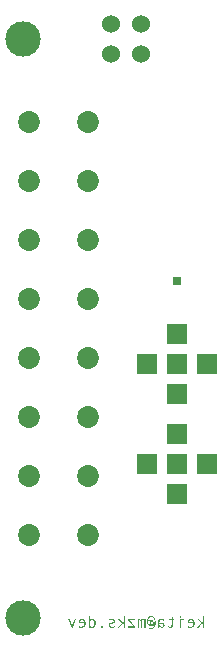
<source format=gbs>
%TF.GenerationSoftware,KiCad,Pcbnew,7.0.9*%
%TF.CreationDate,2024-03-19T13:31:30+09:00*%
%TF.ProjectId,rubis2,72756269-7332-42e6-9b69-6361645f7063,rev?*%
%TF.SameCoordinates,Original*%
%TF.FileFunction,Soldermask,Bot*%
%TF.FilePolarity,Negative*%
%FSLAX46Y46*%
G04 Gerber Fmt 4.6, Leading zero omitted, Abs format (unit mm)*
G04 Created by KiCad (PCBNEW 7.0.9) date 2024-03-19 13:31:30*
%MOMM*%
%LPD*%
G01*
G04 APERTURE LIST*
%ADD10C,0.150000*%
%ADD11C,1.854000*%
%ADD12R,1.800000X1.800000*%
%ADD13C,3.000000*%
%ADD14C,1.524000*%
%ADD15R,0.800000X0.800000*%
G04 APERTURE END LIST*
D10*
G36*
X205230635Y-126330000D02*
G01*
X205371563Y-126330000D01*
X205675157Y-125971207D01*
X205745254Y-126033000D01*
X205745254Y-126330000D01*
X205852233Y-126330000D01*
X205852233Y-125360844D01*
X205745254Y-125360844D01*
X205745254Y-125911123D01*
X205409176Y-125610949D01*
X205272644Y-125610949D01*
X205598709Y-125901598D01*
X205230635Y-126330000D01*
G37*
G36*
X204746346Y-125595712D02*
G01*
X204763089Y-125596897D01*
X204779433Y-125598872D01*
X204795379Y-125601637D01*
X204810925Y-125605192D01*
X204826073Y-125609537D01*
X204840822Y-125614671D01*
X204855172Y-125620596D01*
X204869124Y-125627311D01*
X204882676Y-125634816D01*
X204895830Y-125643110D01*
X204908585Y-125652195D01*
X204920941Y-125662070D01*
X204932899Y-125672734D01*
X204944457Y-125684189D01*
X204955617Y-125696434D01*
X204960997Y-125702821D01*
X204971243Y-125716000D01*
X204980807Y-125729720D01*
X204989688Y-125743980D01*
X204997885Y-125758779D01*
X205005399Y-125774119D01*
X205012230Y-125789998D01*
X205018378Y-125806418D01*
X205023843Y-125823378D01*
X205028625Y-125840877D01*
X205032724Y-125858917D01*
X205036139Y-125877496D01*
X205038872Y-125896616D01*
X205039982Y-125906378D01*
X205040921Y-125916276D01*
X205041690Y-125926308D01*
X205042288Y-125936475D01*
X205042714Y-125946778D01*
X205042971Y-125957215D01*
X205043056Y-125967787D01*
X205042961Y-125978556D01*
X205042675Y-125989186D01*
X205042200Y-125999678D01*
X205041533Y-126010030D01*
X205040677Y-126020244D01*
X205039630Y-126030318D01*
X205038393Y-126040254D01*
X205036965Y-126050051D01*
X205033539Y-126069229D01*
X205029352Y-126087852D01*
X205024403Y-126105919D01*
X205018693Y-126123431D01*
X205012221Y-126140388D01*
X205004988Y-126156789D01*
X204996994Y-126172636D01*
X204988239Y-126187926D01*
X204978722Y-126202662D01*
X204968444Y-126216843D01*
X204957404Y-126230468D01*
X204945603Y-126243538D01*
X204933151Y-126255900D01*
X204920217Y-126267466D01*
X204906803Y-126278233D01*
X204892908Y-126288203D01*
X204878532Y-126297376D01*
X204863675Y-126305751D01*
X204848337Y-126313328D01*
X204832519Y-126320108D01*
X204816219Y-126326090D01*
X204799439Y-126331274D01*
X204782178Y-126335661D01*
X204764436Y-126339250D01*
X204746213Y-126342042D01*
X204727510Y-126344036D01*
X204708325Y-126345232D01*
X204698552Y-126345531D01*
X204688660Y-126345631D01*
X204672969Y-126345509D01*
X204657526Y-126345143D01*
X204642332Y-126344532D01*
X204627385Y-126343677D01*
X204612687Y-126342578D01*
X204598236Y-126341235D01*
X204584034Y-126339647D01*
X204570080Y-126337815D01*
X204556374Y-126335739D01*
X204542915Y-126333419D01*
X204529705Y-126330854D01*
X204516743Y-126328046D01*
X204504029Y-126324993D01*
X204491563Y-126321695D01*
X204479345Y-126318154D01*
X204467376Y-126314368D01*
X204485938Y-126220579D01*
X204498889Y-126224364D01*
X204511790Y-126227906D01*
X204524641Y-126231203D01*
X204537443Y-126234256D01*
X204550195Y-126237065D01*
X204562897Y-126239630D01*
X204575550Y-126241950D01*
X204588154Y-126244026D01*
X204600707Y-126245858D01*
X204613212Y-126247445D01*
X204625666Y-126248789D01*
X204638071Y-126249888D01*
X204650426Y-126250743D01*
X204662732Y-126251353D01*
X204674988Y-126251720D01*
X204687194Y-126251842D01*
X204699862Y-126251532D01*
X204712283Y-126250601D01*
X204724455Y-126249051D01*
X204736379Y-126246881D01*
X204748055Y-126244090D01*
X204759482Y-126240679D01*
X204770662Y-126236648D01*
X204781594Y-126231997D01*
X204792278Y-126226726D01*
X204802713Y-126220834D01*
X204812901Y-126214323D01*
X204822841Y-126207191D01*
X204832532Y-126199439D01*
X204841975Y-126191067D01*
X204851171Y-126182075D01*
X204860118Y-126172463D01*
X204868636Y-126162343D01*
X204876605Y-126151889D01*
X204884023Y-126141102D01*
X204890893Y-126129980D01*
X204897213Y-126118524D01*
X204902983Y-126106735D01*
X204908203Y-126094611D01*
X204912875Y-126082154D01*
X204916996Y-126069363D01*
X204920568Y-126056238D01*
X204923591Y-126042778D01*
X204926064Y-126028985D01*
X204927987Y-126014858D01*
X204929361Y-126000398D01*
X204930185Y-125985603D01*
X204930460Y-125970474D01*
X204439288Y-125970474D01*
X204439288Y-125937013D01*
X204439613Y-125917867D01*
X204440589Y-125899205D01*
X204442216Y-125881025D01*
X204442774Y-125876685D01*
X204556036Y-125876685D01*
X204923377Y-125876685D01*
X204922425Y-125866338D01*
X204921095Y-125856241D01*
X204919387Y-125846394D01*
X204917301Y-125836797D01*
X204913465Y-125822870D01*
X204908778Y-125809506D01*
X204903241Y-125796704D01*
X204896854Y-125784464D01*
X204889617Y-125772787D01*
X204881529Y-125761672D01*
X204872592Y-125751120D01*
X204862805Y-125741130D01*
X204855855Y-125734830D01*
X204845016Y-125726143D01*
X204833679Y-125718370D01*
X204821844Y-125711511D01*
X204809510Y-125705567D01*
X204796679Y-125700537D01*
X204783350Y-125696422D01*
X204769522Y-125693221D01*
X204755197Y-125690935D01*
X204745370Y-125689919D01*
X204735321Y-125689309D01*
X204725052Y-125689106D01*
X204717011Y-125689318D01*
X204705136Y-125690430D01*
X204693483Y-125692495D01*
X204682055Y-125695513D01*
X204670849Y-125699485D01*
X204659867Y-125704409D01*
X204649108Y-125710287D01*
X204638572Y-125717117D01*
X204628259Y-125724901D01*
X204618170Y-125733638D01*
X204608304Y-125743328D01*
X204598963Y-125753714D01*
X204590541Y-125764537D01*
X204583038Y-125775799D01*
X204576453Y-125787498D01*
X204570787Y-125799635D01*
X204566040Y-125812210D01*
X204562212Y-125825223D01*
X204559303Y-125838674D01*
X204557312Y-125852563D01*
X204556240Y-125866890D01*
X204556036Y-125876685D01*
X204442774Y-125876685D01*
X204444493Y-125863328D01*
X204447421Y-125846113D01*
X204451000Y-125829382D01*
X204455229Y-125813133D01*
X204460109Y-125797367D01*
X204465640Y-125782084D01*
X204471822Y-125767283D01*
X204478654Y-125752965D01*
X204486137Y-125739130D01*
X204494270Y-125725778D01*
X204503054Y-125712908D01*
X204512489Y-125700522D01*
X204522575Y-125688618D01*
X204533113Y-125677320D01*
X204543969Y-125666750D01*
X204555141Y-125656910D01*
X204566630Y-125647799D01*
X204578436Y-125639416D01*
X204590558Y-125631763D01*
X204602997Y-125624838D01*
X204615753Y-125618642D01*
X204628826Y-125613175D01*
X204642215Y-125608437D01*
X204655922Y-125604428D01*
X204669945Y-125601148D01*
X204684284Y-125598597D01*
X204698941Y-125596775D01*
X204713914Y-125595681D01*
X204729204Y-125595317D01*
X204746346Y-125595712D01*
G37*
G36*
X203851151Y-125345212D02*
G01*
X203840111Y-125345942D01*
X203829707Y-125348132D01*
X203819938Y-125351781D01*
X203810805Y-125356890D01*
X203802307Y-125363459D01*
X203799616Y-125365973D01*
X203792394Y-125373959D01*
X203786667Y-125382528D01*
X203782434Y-125391681D01*
X203779695Y-125401419D01*
X203778450Y-125411740D01*
X203778367Y-125415310D01*
X203779105Y-125426232D01*
X203781320Y-125436468D01*
X203785013Y-125446016D01*
X203790182Y-125454877D01*
X203796828Y-125463052D01*
X203799371Y-125465624D01*
X203807517Y-125472513D01*
X203816384Y-125477977D01*
X203825973Y-125482016D01*
X203836283Y-125484629D01*
X203847314Y-125485817D01*
X203851151Y-125485896D01*
X203861461Y-125485149D01*
X203871324Y-125482908D01*
X203880741Y-125479173D01*
X203889711Y-125473944D01*
X203898234Y-125467220D01*
X203900976Y-125464647D01*
X203908281Y-125456438D01*
X203914074Y-125447749D01*
X203918356Y-125438578D01*
X203921127Y-125428927D01*
X203922386Y-125418794D01*
X203922470Y-125415310D01*
X203921714Y-125404952D01*
X203919447Y-125395126D01*
X203915669Y-125385832D01*
X203910380Y-125377071D01*
X203903579Y-125368842D01*
X203900976Y-125366217D01*
X203892602Y-125359079D01*
X203883780Y-125353417D01*
X203874512Y-125349233D01*
X203864798Y-125346525D01*
X203854637Y-125345294D01*
X203851151Y-125345212D01*
G37*
G36*
X203798883Y-126330000D02*
G01*
X203906106Y-126330000D01*
X203906106Y-125704738D01*
X204116887Y-125704738D01*
X204116887Y-125610949D01*
X203798883Y-125610949D01*
X203798883Y-126330000D01*
G37*
G36*
X202773307Y-126298736D02*
G01*
X202786759Y-126304415D01*
X202800185Y-126309727D01*
X202813587Y-126314673D01*
X202826964Y-126319253D01*
X202840317Y-126323466D01*
X202853644Y-126327313D01*
X202866947Y-126330793D01*
X202880225Y-126333907D01*
X202893478Y-126336655D01*
X202906706Y-126339036D01*
X202919909Y-126341051D01*
X202933088Y-126342700D01*
X202946242Y-126343982D01*
X202959371Y-126344898D01*
X202972475Y-126345448D01*
X202985554Y-126345631D01*
X202997335Y-126345433D01*
X203008742Y-126344838D01*
X203019775Y-126343847D01*
X203030434Y-126342460D01*
X203040719Y-126340676D01*
X203050630Y-126338496D01*
X203060167Y-126335919D01*
X203078119Y-126329576D01*
X203094574Y-126321648D01*
X203109534Y-126312134D01*
X203122998Y-126301034D01*
X203134966Y-126288349D01*
X203145438Y-126274078D01*
X203154414Y-126258221D01*
X203161894Y-126240779D01*
X203165073Y-126231463D01*
X203167878Y-126221751D01*
X203170309Y-126211642D01*
X203172366Y-126201137D01*
X203174049Y-126190235D01*
X203175358Y-126178937D01*
X203176293Y-126167243D01*
X203176854Y-126155152D01*
X203177041Y-126142665D01*
X203177041Y-125704738D01*
X203314549Y-125704738D01*
X203314549Y-125610949D01*
X203177041Y-125610949D01*
X203177041Y-125407739D01*
X203072749Y-125407739D01*
X203072749Y-125610949D01*
X202829483Y-125610949D01*
X202829483Y-125704738D01*
X203072749Y-125704738D01*
X203072749Y-126114333D01*
X203072496Y-126126349D01*
X203071736Y-126137849D01*
X203070469Y-126148834D01*
X203068696Y-126159304D01*
X203066416Y-126169259D01*
X203063630Y-126178699D01*
X203059127Y-126190483D01*
X203053723Y-126201352D01*
X203047418Y-126211305D01*
X203043928Y-126215938D01*
X203036399Y-126224353D01*
X203028220Y-126231646D01*
X203019393Y-126237817D01*
X203009918Y-126242866D01*
X202999793Y-126246793D01*
X202989019Y-126249598D01*
X202977597Y-126251281D01*
X202965526Y-126251842D01*
X202954544Y-126251659D01*
X202943579Y-126251109D01*
X202932631Y-126250193D01*
X202921700Y-126248911D01*
X202910786Y-126247262D01*
X202899890Y-126245247D01*
X202889011Y-126242866D01*
X202878148Y-126240118D01*
X202867304Y-126237004D01*
X202856476Y-126233524D01*
X202845665Y-126229677D01*
X202834872Y-126225464D01*
X202824095Y-126220884D01*
X202813336Y-126215938D01*
X202802594Y-126210626D01*
X202791870Y-126204947D01*
X202773307Y-126298736D01*
G37*
G36*
X202200241Y-125595561D02*
G01*
X202216205Y-125596294D01*
X202232328Y-125597515D01*
X202248613Y-125599225D01*
X202265057Y-125601423D01*
X202281662Y-125604110D01*
X202298427Y-125607285D01*
X202315352Y-125610949D01*
X202332437Y-125615101D01*
X202349683Y-125619741D01*
X202367089Y-125624870D01*
X202384656Y-125630488D01*
X202402383Y-125636594D01*
X202420269Y-125643189D01*
X202438317Y-125650272D01*
X202447400Y-125653996D01*
X202456524Y-125657843D01*
X202428436Y-125751632D01*
X202422782Y-125748484D01*
X202414045Y-125743862D01*
X202405004Y-125739359D01*
X202395658Y-125734977D01*
X202386008Y-125730715D01*
X202376052Y-125726574D01*
X202365792Y-125722552D01*
X202355227Y-125718651D01*
X202344357Y-125714870D01*
X202333182Y-125711209D01*
X202321702Y-125707669D01*
X202317831Y-125706527D01*
X202306471Y-125703318D01*
X202295494Y-125700436D01*
X202284899Y-125697880D01*
X202274686Y-125695650D01*
X202264855Y-125693747D01*
X202252341Y-125691717D01*
X202240507Y-125690266D01*
X202229352Y-125689396D01*
X202218876Y-125689106D01*
X202208312Y-125689286D01*
X202198084Y-125689827D01*
X202188191Y-125690727D01*
X202169411Y-125693608D01*
X202151972Y-125697930D01*
X202135875Y-125703693D01*
X202121119Y-125710896D01*
X202107705Y-125719540D01*
X202095632Y-125729625D01*
X202084901Y-125741150D01*
X202075511Y-125754116D01*
X202067462Y-125768522D01*
X202060755Y-125784369D01*
X202055390Y-125801657D01*
X202051365Y-125820386D01*
X202049856Y-125830290D01*
X202048682Y-125840555D01*
X202047844Y-125851180D01*
X202047341Y-125862164D01*
X202047173Y-125873510D01*
X202047173Y-125907948D01*
X202167341Y-125917473D01*
X202172387Y-125917865D01*
X202182352Y-125918706D01*
X202192144Y-125919626D01*
X202206511Y-125921152D01*
X202220492Y-125922855D01*
X202234086Y-125924733D01*
X202247294Y-125926787D01*
X202260115Y-125929018D01*
X202272550Y-125931424D01*
X202284598Y-125934006D01*
X202296260Y-125936765D01*
X202307536Y-125939699D01*
X202318418Y-125942823D01*
X202328991Y-125946148D01*
X202339255Y-125949675D01*
X202349210Y-125953404D01*
X202358856Y-125957334D01*
X202368192Y-125961467D01*
X202377220Y-125965801D01*
X202385938Y-125970337D01*
X202397082Y-125976698D01*
X202407676Y-125983419D01*
X202417682Y-125990517D01*
X202427062Y-125998012D01*
X202435817Y-126005905D01*
X202443946Y-126014193D01*
X202451449Y-126022879D01*
X202458326Y-126031962D01*
X202464577Y-126041442D01*
X202470202Y-126051318D01*
X202475182Y-126061584D01*
X202479498Y-126072232D01*
X202483151Y-126083261D01*
X202486139Y-126094672D01*
X202488463Y-126106464D01*
X202490123Y-126118638D01*
X202491119Y-126131193D01*
X202491451Y-126144131D01*
X202491213Y-126155117D01*
X202490501Y-126165849D01*
X202489313Y-126176328D01*
X202487650Y-126186553D01*
X202485512Y-126196524D01*
X202482899Y-126206241D01*
X202479810Y-126215704D01*
X202476247Y-126224914D01*
X202472208Y-126233870D01*
X202467695Y-126242572D01*
X202462706Y-126251020D01*
X202457242Y-126259215D01*
X202451303Y-126267156D01*
X202444888Y-126274843D01*
X202437999Y-126282276D01*
X202430635Y-126289455D01*
X202422959Y-126296258D01*
X202415137Y-126302621D01*
X202407167Y-126308546D01*
X202394938Y-126316611D01*
X202382377Y-126323687D01*
X202369487Y-126329777D01*
X202356265Y-126334879D01*
X202342714Y-126338993D01*
X202328831Y-126342120D01*
X202314618Y-126344260D01*
X202300074Y-126345412D01*
X202290195Y-126345631D01*
X202280429Y-126345494D01*
X202261282Y-126344395D01*
X202242651Y-126342196D01*
X202224535Y-126338899D01*
X202206934Y-126334503D01*
X202189849Y-126329007D01*
X202173278Y-126322413D01*
X202157223Y-126314719D01*
X202141683Y-126305926D01*
X202126659Y-126296034D01*
X202112149Y-126285044D01*
X202098155Y-126272954D01*
X202084676Y-126259764D01*
X202071712Y-126245476D01*
X202065423Y-126237920D01*
X202059263Y-126230089D01*
X202053232Y-126221983D01*
X202047329Y-126213603D01*
X202041556Y-126204947D01*
X202041543Y-126209801D01*
X202041353Y-126223998D01*
X202040936Y-126237645D01*
X202040292Y-126250743D01*
X202039419Y-126263291D01*
X202038319Y-126275289D01*
X202036992Y-126286738D01*
X202035437Y-126297637D01*
X202033655Y-126307987D01*
X202031645Y-126317787D01*
X202028611Y-126330000D01*
X201922121Y-126330000D01*
X201925307Y-126316126D01*
X201928180Y-126301892D01*
X201929921Y-126292203D01*
X201931523Y-126282353D01*
X201932986Y-126272343D01*
X201934309Y-126262172D01*
X201935493Y-126251842D01*
X201936538Y-126241351D01*
X201937443Y-126230700D01*
X201938209Y-126219888D01*
X201938836Y-126208916D01*
X201939324Y-126197784D01*
X201939672Y-126186492D01*
X201939881Y-126175039D01*
X201939951Y-126163426D01*
X201939951Y-126001737D01*
X202047173Y-126001737D01*
X202047173Y-126111158D01*
X202052540Y-126119261D01*
X202060794Y-126131004D01*
X202069293Y-126142253D01*
X202078036Y-126153009D01*
X202087024Y-126163270D01*
X202096257Y-126173038D01*
X202105734Y-126182313D01*
X202115457Y-126191093D01*
X202125424Y-126199380D01*
X202135635Y-126207173D01*
X202146092Y-126214473D01*
X202153117Y-126218998D01*
X202163670Y-126225238D01*
X202174241Y-126230822D01*
X202184828Y-126235748D01*
X202195432Y-126240018D01*
X202206054Y-126243631D01*
X202216693Y-126246587D01*
X202227349Y-126248886D01*
X202238022Y-126250528D01*
X202248713Y-126251513D01*
X202259420Y-126251842D01*
X202272140Y-126251395D01*
X202284287Y-126250056D01*
X202295862Y-126247823D01*
X202306864Y-126244698D01*
X202317294Y-126240679D01*
X202327152Y-126235768D01*
X202336437Y-126229963D01*
X202345150Y-126223265D01*
X202353049Y-126215782D01*
X202359896Y-126207741D01*
X202365689Y-126199143D01*
X202370429Y-126189987D01*
X202374115Y-126180275D01*
X202376748Y-126170005D01*
X202378328Y-126159178D01*
X202378855Y-126147794D01*
X202378241Y-126135304D01*
X202376397Y-126123477D01*
X202373325Y-126112314D01*
X202369024Y-126101816D01*
X202363494Y-126091981D01*
X202356736Y-126082810D01*
X202348748Y-126074304D01*
X202339532Y-126066461D01*
X202329415Y-126059249D01*
X202318848Y-126052631D01*
X202307830Y-126046609D01*
X202296362Y-126041182D01*
X202284444Y-126036351D01*
X202275209Y-126033118D01*
X202265722Y-126030220D01*
X202255981Y-126027657D01*
X202245987Y-126025429D01*
X202238885Y-126024048D01*
X202226901Y-126021952D01*
X202213319Y-126019826D01*
X202203378Y-126018392D01*
X202192727Y-126016945D01*
X202181366Y-126015484D01*
X202169295Y-126014010D01*
X202156514Y-126012523D01*
X202143023Y-126011022D01*
X202128823Y-126009508D01*
X202113913Y-126007981D01*
X202098293Y-126006440D01*
X202081963Y-126004886D01*
X202064923Y-126003318D01*
X202047173Y-126001737D01*
X201939951Y-126001737D01*
X201939951Y-125854947D01*
X201940189Y-125838974D01*
X201940906Y-125823508D01*
X201942099Y-125808548D01*
X201943771Y-125794096D01*
X201945920Y-125780151D01*
X201948546Y-125766713D01*
X201951650Y-125753783D01*
X201955231Y-125741359D01*
X201959290Y-125729442D01*
X201963826Y-125718033D01*
X201968840Y-125707130D01*
X201974332Y-125696735D01*
X201980301Y-125686847D01*
X201986747Y-125677466D01*
X201993671Y-125668592D01*
X202001072Y-125660225D01*
X202008951Y-125652365D01*
X202017308Y-125645012D01*
X202026142Y-125638166D01*
X202035453Y-125631828D01*
X202045242Y-125625996D01*
X202055509Y-125620672D01*
X202066253Y-125615854D01*
X202077475Y-125611544D01*
X202089174Y-125607741D01*
X202101350Y-125604445D01*
X202114004Y-125601656D01*
X202127136Y-125599374D01*
X202140745Y-125597599D01*
X202154832Y-125596331D01*
X202169396Y-125595571D01*
X202184438Y-125595317D01*
X202200241Y-125595561D01*
G37*
G36*
X201370437Y-125345367D02*
G01*
X201380632Y-125345832D01*
X201390703Y-125346608D01*
X201400651Y-125347693D01*
X201410475Y-125349088D01*
X201420176Y-125350794D01*
X201439207Y-125355135D01*
X201457744Y-125360716D01*
X201475786Y-125367538D01*
X201493334Y-125375600D01*
X201510389Y-125384902D01*
X201518730Y-125390018D01*
X201526948Y-125395444D01*
X201535043Y-125401181D01*
X201543014Y-125407227D01*
X201550862Y-125413584D01*
X201558585Y-125420250D01*
X201566186Y-125427227D01*
X201573663Y-125434514D01*
X201581016Y-125442110D01*
X201588246Y-125450017D01*
X201595352Y-125458234D01*
X201602335Y-125466761D01*
X201609194Y-125475598D01*
X201615929Y-125484746D01*
X201622541Y-125494203D01*
X201629030Y-125503970D01*
X201635341Y-125514007D01*
X201641452Y-125524272D01*
X201647362Y-125534766D01*
X201653072Y-125545488D01*
X201658582Y-125556438D01*
X201663891Y-125567617D01*
X201669000Y-125579025D01*
X201673909Y-125590661D01*
X201678617Y-125602526D01*
X201683125Y-125614619D01*
X201687433Y-125626941D01*
X201691540Y-125639491D01*
X201695447Y-125652269D01*
X201699154Y-125665276D01*
X201702660Y-125678512D01*
X201705966Y-125691976D01*
X201709072Y-125705669D01*
X201711977Y-125719590D01*
X201714681Y-125733740D01*
X201717186Y-125748118D01*
X201719490Y-125762724D01*
X201721594Y-125777559D01*
X201723497Y-125792623D01*
X201725200Y-125807915D01*
X201726703Y-125823436D01*
X201728005Y-125839185D01*
X201729107Y-125855163D01*
X201730009Y-125871369D01*
X201730710Y-125887803D01*
X201731211Y-125904466D01*
X201731511Y-125921358D01*
X201731612Y-125938478D01*
X201731510Y-125952721D01*
X201731205Y-125966781D01*
X201730697Y-125980658D01*
X201729986Y-125994353D01*
X201729071Y-126007864D01*
X201727954Y-126021194D01*
X201726633Y-126034340D01*
X201725109Y-126047304D01*
X201723381Y-126060085D01*
X201721451Y-126072683D01*
X201719317Y-126085099D01*
X201716980Y-126097331D01*
X201714440Y-126109382D01*
X201711696Y-126121249D01*
X201708750Y-126132934D01*
X201705600Y-126144436D01*
X201702247Y-126155755D01*
X201698690Y-126166892D01*
X201694931Y-126177846D01*
X201690968Y-126188617D01*
X201686802Y-126199206D01*
X201682433Y-126209612D01*
X201677860Y-126219835D01*
X201673085Y-126229875D01*
X201668106Y-126239733D01*
X201662924Y-126249408D01*
X201657539Y-126258900D01*
X201651950Y-126268210D01*
X201646158Y-126277337D01*
X201640164Y-126286281D01*
X201633965Y-126295042D01*
X201627564Y-126303621D01*
X201621001Y-126311976D01*
X201614316Y-126320066D01*
X201607510Y-126327890D01*
X201600583Y-126335449D01*
X201593535Y-126342743D01*
X201586365Y-126349772D01*
X201579075Y-126356535D01*
X201571663Y-126363033D01*
X201556476Y-126375234D01*
X201540804Y-126386374D01*
X201524648Y-126396453D01*
X201508007Y-126405471D01*
X201490882Y-126413428D01*
X201473271Y-126420324D01*
X201455176Y-126426159D01*
X201436597Y-126430933D01*
X201417532Y-126434646D01*
X201407818Y-126436105D01*
X201397983Y-126437298D01*
X201388027Y-126438227D01*
X201377950Y-126438890D01*
X201367751Y-126439288D01*
X201357431Y-126439420D01*
X201342474Y-126439237D01*
X201327645Y-126438688D01*
X201312944Y-126437772D01*
X201298370Y-126436489D01*
X201283925Y-126434841D01*
X201269607Y-126432826D01*
X201255417Y-126430444D01*
X201241355Y-126427697D01*
X201227421Y-126424583D01*
X201213614Y-126421102D01*
X201199936Y-126417255D01*
X201186385Y-126413042D01*
X201172962Y-126408463D01*
X201159667Y-126403517D01*
X201146500Y-126398204D01*
X201133461Y-126392526D01*
X201149337Y-126314368D01*
X201161570Y-126320047D01*
X201173906Y-126325359D01*
X201186345Y-126330305D01*
X201198887Y-126334884D01*
X201211533Y-126339098D01*
X201224281Y-126342944D01*
X201237132Y-126346425D01*
X201250087Y-126349539D01*
X201263144Y-126352287D01*
X201276305Y-126354668D01*
X201289568Y-126356683D01*
X201302935Y-126358332D01*
X201316404Y-126359614D01*
X201329977Y-126360530D01*
X201343653Y-126361079D01*
X201357431Y-126361263D01*
X201373963Y-126360813D01*
X201390095Y-126359465D01*
X201405829Y-126357218D01*
X201421164Y-126354073D01*
X201436100Y-126350028D01*
X201450637Y-126345085D01*
X201464775Y-126339244D01*
X201478515Y-126332503D01*
X201491856Y-126324864D01*
X201504798Y-126316326D01*
X201517341Y-126306889D01*
X201529485Y-126296553D01*
X201541231Y-126285319D01*
X201552578Y-126273186D01*
X201563526Y-126260155D01*
X201574075Y-126246224D01*
X201584101Y-126231512D01*
X201593481Y-126216198D01*
X201602213Y-126200280D01*
X201610299Y-126183759D01*
X201617738Y-126166635D01*
X201624530Y-126148909D01*
X201630675Y-126130579D01*
X201633505Y-126121188D01*
X201636174Y-126111646D01*
X201638680Y-126101954D01*
X201641025Y-126092111D01*
X201643208Y-126082117D01*
X201645230Y-126071972D01*
X201647089Y-126061677D01*
X201648787Y-126051231D01*
X201650324Y-126040634D01*
X201651698Y-126029886D01*
X201652911Y-126018988D01*
X201653962Y-126007939D01*
X201654852Y-125996739D01*
X201655579Y-125985388D01*
X201656145Y-125973887D01*
X201656550Y-125962235D01*
X201656792Y-125950432D01*
X201656873Y-125938478D01*
X201656793Y-125923573D01*
X201656554Y-125908868D01*
X201656154Y-125894363D01*
X201655595Y-125880058D01*
X201654876Y-125865954D01*
X201653997Y-125852051D01*
X201652958Y-125838347D01*
X201651759Y-125824844D01*
X201650401Y-125811542D01*
X201648883Y-125798439D01*
X201647205Y-125785537D01*
X201645367Y-125772836D01*
X201643369Y-125760335D01*
X201641212Y-125748034D01*
X201638895Y-125735933D01*
X201636418Y-125724033D01*
X201633781Y-125712333D01*
X201630984Y-125700834D01*
X201628028Y-125689535D01*
X201624912Y-125678436D01*
X201621636Y-125667538D01*
X201618200Y-125656839D01*
X201614604Y-125646342D01*
X201610849Y-125636045D01*
X201606933Y-125625948D01*
X201602858Y-125616051D01*
X201598623Y-125606355D01*
X201594229Y-125596859D01*
X201589674Y-125587563D01*
X201584960Y-125578468D01*
X201580086Y-125569573D01*
X201575052Y-125560879D01*
X201564624Y-125544227D01*
X201553795Y-125528650D01*
X201542566Y-125514147D01*
X201530935Y-125500719D01*
X201518905Y-125488364D01*
X201506473Y-125477084D01*
X201493641Y-125466879D01*
X201480408Y-125457747D01*
X201466774Y-125449690D01*
X201452740Y-125442707D01*
X201438304Y-125436799D01*
X201423469Y-125431964D01*
X201408232Y-125428204D01*
X201392595Y-125425519D01*
X201376557Y-125423907D01*
X201360118Y-125423370D01*
X201344774Y-125423776D01*
X201329821Y-125424992D01*
X201315259Y-125427019D01*
X201301088Y-125429858D01*
X201287308Y-125433507D01*
X201273919Y-125437967D01*
X201260922Y-125443239D01*
X201248316Y-125449321D01*
X201236101Y-125456214D01*
X201224277Y-125463918D01*
X201212844Y-125472433D01*
X201201803Y-125481759D01*
X201191153Y-125491896D01*
X201180893Y-125502844D01*
X201171026Y-125514603D01*
X201161549Y-125527173D01*
X201152558Y-125540410D01*
X201144146Y-125554231D01*
X201136315Y-125568635D01*
X201129064Y-125583624D01*
X201122394Y-125599196D01*
X201116303Y-125615353D01*
X201110792Y-125632093D01*
X201105861Y-125649417D01*
X201101511Y-125667325D01*
X201097740Y-125685817D01*
X201094550Y-125704892D01*
X201093172Y-125714649D01*
X201091939Y-125724552D01*
X201090852Y-125734601D01*
X201089909Y-125744796D01*
X201089112Y-125755136D01*
X201088459Y-125765623D01*
X201087951Y-125776256D01*
X201087589Y-125787034D01*
X201087371Y-125797959D01*
X201087299Y-125809030D01*
X201087448Y-125824488D01*
X201087894Y-125839602D01*
X201088638Y-125854370D01*
X201089680Y-125868793D01*
X201091020Y-125882870D01*
X201092657Y-125896602D01*
X201094592Y-125909989D01*
X201096824Y-125923030D01*
X201099355Y-125935726D01*
X201102182Y-125948076D01*
X201105308Y-125960081D01*
X201108731Y-125971741D01*
X201112452Y-125983055D01*
X201116471Y-125994024D01*
X201120787Y-126004648D01*
X201125401Y-126014926D01*
X201127790Y-126019885D01*
X201132616Y-126029330D01*
X201137504Y-126038146D01*
X201144955Y-126050189D01*
X201152548Y-126060815D01*
X201160283Y-126070024D01*
X201168159Y-126077816D01*
X201176177Y-126084192D01*
X201187087Y-126090489D01*
X201198250Y-126094267D01*
X201209665Y-126095526D01*
X201213379Y-126095240D01*
X201222703Y-126091393D01*
X201229937Y-126083803D01*
X201234386Y-126074882D01*
X201236989Y-126064576D01*
X201237752Y-126054005D01*
X201237591Y-126049513D01*
X201236745Y-126037953D01*
X201235777Y-126027031D01*
X201234487Y-126013536D01*
X201232875Y-125997470D01*
X201230940Y-125978831D01*
X201229852Y-125968547D01*
X201228683Y-125957620D01*
X201227433Y-125946050D01*
X201226103Y-125933837D01*
X201224692Y-125920981D01*
X201223201Y-125907481D01*
X201221629Y-125893339D01*
X201219976Y-125878554D01*
X201218243Y-125863125D01*
X201216429Y-125847054D01*
X201214534Y-125830340D01*
X201212559Y-125812982D01*
X201210503Y-125794982D01*
X201208367Y-125776338D01*
X201207156Y-125765799D01*
X201295394Y-125765799D01*
X201323726Y-126011018D01*
X201324466Y-126014999D01*
X201328191Y-126024860D01*
X201332948Y-126033919D01*
X201338198Y-126042557D01*
X201344616Y-126052185D01*
X201350593Y-126060600D01*
X201355476Y-126066841D01*
X201362360Y-126074209D01*
X201371567Y-126081883D01*
X201381442Y-126087852D01*
X201391984Y-126092116D01*
X201403195Y-126094674D01*
X201415073Y-126095526D01*
X201419893Y-126095228D01*
X201430524Y-126092211D01*
X201438948Y-126087039D01*
X201446736Y-126079480D01*
X201452740Y-126071357D01*
X201458304Y-126061577D01*
X201461359Y-126054981D01*
X201464966Y-126045473D01*
X201468038Y-126035148D01*
X201470576Y-126024006D01*
X201472579Y-126012048D01*
X201474048Y-125999273D01*
X201474800Y-125989156D01*
X201475250Y-125978579D01*
X201475401Y-125967543D01*
X201475368Y-125961035D01*
X201475105Y-125948262D01*
X201474578Y-125935813D01*
X201473788Y-125923689D01*
X201472735Y-125911889D01*
X201471418Y-125900413D01*
X201469838Y-125889262D01*
X201467995Y-125878435D01*
X201465888Y-125867933D01*
X201463518Y-125857755D01*
X201460885Y-125847901D01*
X201457988Y-125838372D01*
X201453150Y-125824686D01*
X201447719Y-125811730D01*
X201441695Y-125799504D01*
X201437394Y-125791814D01*
X201430614Y-125781210D01*
X201423438Y-125771721D01*
X201415868Y-125763349D01*
X201407902Y-125756094D01*
X201399541Y-125749954D01*
X201390786Y-125744931D01*
X201381635Y-125741024D01*
X201372090Y-125738233D01*
X201362149Y-125736559D01*
X201351814Y-125736001D01*
X201347386Y-125736117D01*
X201336842Y-125737427D01*
X201327050Y-125740191D01*
X201318009Y-125744411D01*
X201309719Y-125750085D01*
X201302181Y-125757214D01*
X201295394Y-125765799D01*
X201207156Y-125765799D01*
X201206150Y-125757052D01*
X201203852Y-125737122D01*
X201201474Y-125716549D01*
X201199015Y-125695334D01*
X201196475Y-125673475D01*
X201282449Y-125673475D01*
X201285136Y-125690816D01*
X201287408Y-125688787D01*
X201296460Y-125681317D01*
X201305452Y-125674877D01*
X201314382Y-125669467D01*
X201323251Y-125665088D01*
X201334251Y-125661063D01*
X201345156Y-125658648D01*
X201355966Y-125657843D01*
X201366845Y-125658202D01*
X201377501Y-125659278D01*
X201387934Y-125661072D01*
X201398144Y-125663583D01*
X201408130Y-125666811D01*
X201417893Y-125670758D01*
X201427433Y-125675421D01*
X201436749Y-125680802D01*
X201445843Y-125686900D01*
X201454713Y-125693716D01*
X201463359Y-125701250D01*
X201471783Y-125709501D01*
X201479983Y-125718469D01*
X201487960Y-125728155D01*
X201495714Y-125738558D01*
X201503244Y-125749678D01*
X201510431Y-125761304D01*
X201517155Y-125773282D01*
X201523415Y-125785614D01*
X201529211Y-125798298D01*
X201534543Y-125811336D01*
X201539411Y-125824726D01*
X201543816Y-125838469D01*
X201547758Y-125852566D01*
X201551235Y-125867015D01*
X201554249Y-125881818D01*
X201556799Y-125896973D01*
X201558886Y-125912482D01*
X201560509Y-125928343D01*
X201561668Y-125944558D01*
X201562364Y-125961125D01*
X201562595Y-125978046D01*
X201562459Y-125988846D01*
X201562050Y-125999386D01*
X201561368Y-126009667D01*
X201560413Y-126019689D01*
X201558468Y-126034235D01*
X201555910Y-126048197D01*
X201552738Y-126061575D01*
X201548952Y-126074369D01*
X201544552Y-126086579D01*
X201539538Y-126098205D01*
X201533911Y-126109248D01*
X201527669Y-126119706D01*
X201520926Y-126129353D01*
X201513887Y-126138050D01*
X201506552Y-126145799D01*
X201498921Y-126152599D01*
X201488285Y-126160190D01*
X201477122Y-126166093D01*
X201465433Y-126170310D01*
X201453217Y-126172841D01*
X201440474Y-126173684D01*
X201427210Y-126172965D01*
X201414531Y-126170808D01*
X201402435Y-126167212D01*
X201390923Y-126162178D01*
X201379995Y-126155706D01*
X201369651Y-126147795D01*
X201359891Y-126138447D01*
X201350715Y-126127660D01*
X201344922Y-126119669D01*
X201339388Y-126111040D01*
X201334114Y-126101771D01*
X201329099Y-126091863D01*
X201326492Y-126101771D01*
X201321847Y-126115434D01*
X201316322Y-126127660D01*
X201309917Y-126138447D01*
X201302632Y-126147795D01*
X201294467Y-126155706D01*
X201285422Y-126162178D01*
X201275496Y-126167212D01*
X201264691Y-126170808D01*
X201253005Y-126172965D01*
X201240439Y-126173684D01*
X201227976Y-126173280D01*
X201215805Y-126172066D01*
X201203926Y-126170043D01*
X201192339Y-126167212D01*
X201181043Y-126163571D01*
X201170040Y-126159121D01*
X201159329Y-126153862D01*
X201148909Y-126147794D01*
X201138782Y-126140917D01*
X201128946Y-126133231D01*
X201119402Y-126124736D01*
X201110151Y-126115432D01*
X201101191Y-126105319D01*
X201092523Y-126094397D01*
X201084148Y-126082665D01*
X201076064Y-126070125D01*
X201072157Y-126063584D01*
X201064715Y-126050181D01*
X201057769Y-126036351D01*
X201051320Y-126022093D01*
X201045366Y-126007408D01*
X201039909Y-125992296D01*
X201034948Y-125976756D01*
X201030483Y-125960788D01*
X201026514Y-125944393D01*
X201023041Y-125927571D01*
X201020064Y-125910322D01*
X201017584Y-125892645D01*
X201015599Y-125874540D01*
X201014111Y-125856008D01*
X201013119Y-125837049D01*
X201012623Y-125817662D01*
X201012561Y-125807808D01*
X201012655Y-125794643D01*
X201012939Y-125781647D01*
X201013413Y-125768820D01*
X201014076Y-125756162D01*
X201014928Y-125743674D01*
X201015969Y-125731356D01*
X201017200Y-125719206D01*
X201018621Y-125707226D01*
X201020231Y-125695415D01*
X201022030Y-125683774D01*
X201024018Y-125672302D01*
X201026196Y-125660999D01*
X201028563Y-125649866D01*
X201031120Y-125638902D01*
X201033866Y-125628107D01*
X201036802Y-125617482D01*
X201039926Y-125607026D01*
X201043241Y-125596740D01*
X201046744Y-125586622D01*
X201050437Y-125576674D01*
X201054320Y-125566896D01*
X201058391Y-125557287D01*
X201062653Y-125547847D01*
X201067103Y-125538576D01*
X201071743Y-125529475D01*
X201076572Y-125520543D01*
X201081591Y-125511781D01*
X201086799Y-125503188D01*
X201092196Y-125494764D01*
X201097783Y-125486510D01*
X201103559Y-125478425D01*
X201109525Y-125470509D01*
X201121838Y-125455336D01*
X201134598Y-125441143D01*
X201147804Y-125427928D01*
X201161457Y-125415692D01*
X201175556Y-125404435D01*
X201190102Y-125394156D01*
X201205095Y-125384857D01*
X201220533Y-125376536D01*
X201236419Y-125369195D01*
X201252751Y-125362832D01*
X201269529Y-125357448D01*
X201286754Y-125353043D01*
X201304425Y-125349617D01*
X201322543Y-125347170D01*
X201341107Y-125345702D01*
X201360118Y-125345212D01*
X201370437Y-125345367D01*
G37*
G36*
X200203140Y-126330000D02*
G01*
X200310362Y-126330000D01*
X200310362Y-125859588D01*
X200310424Y-125849099D01*
X200310609Y-125838944D01*
X200310918Y-125829121D01*
X200311907Y-125810474D01*
X200313389Y-125793160D01*
X200315366Y-125777177D01*
X200317837Y-125762527D01*
X200320803Y-125749208D01*
X200324262Y-125737221D01*
X200328216Y-125726566D01*
X200332664Y-125717242D01*
X200340262Y-125705755D01*
X200348973Y-125697264D01*
X200358795Y-125691770D01*
X200369729Y-125689273D01*
X200373621Y-125689106D01*
X200383857Y-125690555D01*
X200394415Y-125694902D01*
X200403094Y-125700466D01*
X200411978Y-125707885D01*
X200421068Y-125717159D01*
X200428021Y-125725331D01*
X200435090Y-125734547D01*
X200442275Y-125744806D01*
X200444696Y-125748457D01*
X200451636Y-125759120D01*
X200457894Y-125768851D01*
X200463469Y-125777650D01*
X200469840Y-125787933D01*
X200474998Y-125796560D01*
X200480459Y-125806394D01*
X200483531Y-125814159D01*
X200483531Y-126330000D01*
X200590020Y-126330000D01*
X200590020Y-125859588D01*
X200590083Y-125849099D01*
X200590269Y-125838944D01*
X200590581Y-125829121D01*
X200591577Y-125810474D01*
X200593071Y-125793160D01*
X200595063Y-125777177D01*
X200597553Y-125762527D01*
X200600541Y-125749208D01*
X200604027Y-125737221D01*
X200608012Y-125726566D01*
X200612494Y-125717242D01*
X200620151Y-125705755D01*
X200628929Y-125697264D01*
X200638827Y-125691770D01*
X200649846Y-125689273D01*
X200653768Y-125689106D01*
X200663863Y-125690555D01*
X200674304Y-125694902D01*
X200682906Y-125700466D01*
X200691729Y-125707885D01*
X200700774Y-125717159D01*
X200707703Y-125725331D01*
X200714756Y-125734547D01*
X200721934Y-125744806D01*
X200724354Y-125748457D01*
X200731251Y-125759120D01*
X200737469Y-125768851D01*
X200743009Y-125777650D01*
X200749340Y-125787933D01*
X200754465Y-125796560D01*
X200759892Y-125806394D01*
X200762944Y-125814159D01*
X200762944Y-126330000D01*
X200870167Y-126330000D01*
X200870167Y-125610949D01*
X200767096Y-125610949D01*
X200767096Y-125720369D01*
X200761319Y-125709901D01*
X200755344Y-125699836D01*
X200749172Y-125690174D01*
X200742802Y-125680917D01*
X200736235Y-125672062D01*
X200729470Y-125663612D01*
X200722507Y-125655564D01*
X200715348Y-125647921D01*
X200707990Y-125640681D01*
X200700435Y-125633844D01*
X200695289Y-125629511D01*
X200687508Y-125623400D01*
X200677147Y-125616187D01*
X200666801Y-125610043D01*
X200656470Y-125604967D01*
X200646155Y-125600960D01*
X200635855Y-125598022D01*
X200625570Y-125596152D01*
X200615300Y-125595350D01*
X200612735Y-125595317D01*
X200602011Y-125595851D01*
X200591577Y-125597454D01*
X200581434Y-125600126D01*
X200571580Y-125603866D01*
X200562016Y-125608674D01*
X200552743Y-125614551D01*
X200543759Y-125621497D01*
X200535066Y-125629511D01*
X200526792Y-125638357D01*
X200519190Y-125647921D01*
X200512260Y-125658202D01*
X200506001Y-125669200D01*
X200500414Y-125680917D01*
X200496664Y-125690174D01*
X200493293Y-125699836D01*
X200490299Y-125709901D01*
X200487683Y-125720369D01*
X200481903Y-125709901D01*
X200475922Y-125699836D01*
X200469739Y-125690174D01*
X200463354Y-125680917D01*
X200456767Y-125672062D01*
X200449979Y-125663612D01*
X200442988Y-125655564D01*
X200435796Y-125647921D01*
X200428403Y-125640681D01*
X200420807Y-125633844D01*
X200415631Y-125629511D01*
X200407767Y-125623400D01*
X200397322Y-125616187D01*
X200386922Y-125610043D01*
X200376569Y-125604967D01*
X200366261Y-125600960D01*
X200355999Y-125598022D01*
X200345783Y-125596152D01*
X200335612Y-125595350D01*
X200333077Y-125595317D01*
X200317342Y-125596226D01*
X200302623Y-125598954D01*
X200288919Y-125603500D01*
X200276229Y-125609865D01*
X200264555Y-125618048D01*
X200253896Y-125628049D01*
X200244253Y-125639869D01*
X200235624Y-125653508D01*
X200228011Y-125668965D01*
X200221412Y-125686240D01*
X200215829Y-125705334D01*
X200213418Y-125715563D01*
X200211261Y-125726246D01*
X200209357Y-125737385D01*
X200207708Y-125748977D01*
X200206312Y-125761025D01*
X200205170Y-125773527D01*
X200204282Y-125786483D01*
X200203647Y-125799894D01*
X200203267Y-125813760D01*
X200203140Y-125828080D01*
X200203140Y-126330000D01*
G37*
G36*
X199428890Y-126330000D02*
G01*
X199979169Y-126330000D01*
X199979169Y-126272602D01*
X199571039Y-125704738D01*
X199969644Y-125704738D01*
X199969644Y-125610949D01*
X199428890Y-125610949D01*
X199428890Y-125663705D01*
X199837020Y-126236210D01*
X199428890Y-126236210D01*
X199428890Y-126330000D01*
G37*
G36*
X198509071Y-126330000D02*
G01*
X198650000Y-126330000D01*
X198953593Y-125971207D01*
X199023691Y-126033000D01*
X199023691Y-126330000D01*
X199130669Y-126330000D01*
X199130669Y-125360844D01*
X199023691Y-125360844D01*
X199023691Y-125911123D01*
X198687613Y-125610949D01*
X198551081Y-125610949D01*
X198877145Y-125901598D01*
X198509071Y-126330000D01*
G37*
G36*
X197813712Y-125720369D02*
G01*
X197824937Y-125716584D01*
X197836079Y-125713042D01*
X197847140Y-125709745D01*
X197858118Y-125706692D01*
X197869015Y-125703883D01*
X197879829Y-125701318D01*
X197890562Y-125698998D01*
X197901212Y-125696922D01*
X197911780Y-125695090D01*
X197922266Y-125693503D01*
X197932671Y-125692159D01*
X197942993Y-125691060D01*
X197953233Y-125690205D01*
X197963391Y-125689595D01*
X197973467Y-125689228D01*
X197983461Y-125689106D01*
X197994248Y-125689214D01*
X198004748Y-125689538D01*
X198014962Y-125690077D01*
X198024890Y-125690831D01*
X198039246Y-125692368D01*
X198052957Y-125694389D01*
X198066025Y-125696896D01*
X198078448Y-125699887D01*
X198090228Y-125703364D01*
X198101363Y-125707326D01*
X198111855Y-125711773D01*
X198121702Y-125716706D01*
X198130781Y-125722042D01*
X198138967Y-125727700D01*
X198148493Y-125735744D01*
X198156431Y-125744361D01*
X198162781Y-125753551D01*
X198167544Y-125763313D01*
X198170719Y-125773648D01*
X198172306Y-125784555D01*
X198172505Y-125790223D01*
X198171680Y-125800865D01*
X198169207Y-125810991D01*
X198165086Y-125820602D01*
X198159316Y-125829699D01*
X198151897Y-125838279D01*
X198149057Y-125841025D01*
X198140591Y-125847818D01*
X198132178Y-125853253D01*
X198122307Y-125858687D01*
X198110979Y-125864122D01*
X198101525Y-125868197D01*
X198091252Y-125872273D01*
X198080159Y-125876349D01*
X198068246Y-125880425D01*
X198055512Y-125884501D01*
X197953419Y-125916496D01*
X197940368Y-125920626D01*
X197927776Y-125924863D01*
X197915644Y-125929207D01*
X197903971Y-125933658D01*
X197892758Y-125938217D01*
X197882004Y-125942883D01*
X197871709Y-125947657D01*
X197861874Y-125952537D01*
X197852498Y-125957526D01*
X197843581Y-125962621D01*
X197837892Y-125966078D01*
X197827069Y-125973165D01*
X197816948Y-125980625D01*
X197807530Y-125988460D01*
X197798813Y-125996669D01*
X197790799Y-126005252D01*
X197783487Y-126014209D01*
X197776877Y-126023540D01*
X197770969Y-126033244D01*
X197765703Y-126043277D01*
X197761139Y-126053715D01*
X197757277Y-126064557D01*
X197754117Y-126075804D01*
X197751659Y-126087455D01*
X197749904Y-126099511D01*
X197748850Y-126111971D01*
X197748499Y-126124836D01*
X197748835Y-126137430D01*
X197749842Y-126149691D01*
X197751522Y-126161618D01*
X197753872Y-126173211D01*
X197756895Y-126184470D01*
X197760589Y-126195395D01*
X197764955Y-126205986D01*
X197769993Y-126216243D01*
X197775702Y-126226167D01*
X197782083Y-126235756D01*
X197789135Y-126245012D01*
X197796859Y-126253933D01*
X197805255Y-126262521D01*
X197814323Y-126270774D01*
X197824062Y-126278694D01*
X197834473Y-126286280D01*
X197845372Y-126293467D01*
X197856638Y-126300190D01*
X197868270Y-126306450D01*
X197880268Y-126312246D01*
X197892633Y-126317578D01*
X197905364Y-126322447D01*
X197918462Y-126326852D01*
X197931926Y-126330793D01*
X197945756Y-126334271D01*
X197959952Y-126337285D01*
X197974515Y-126339835D01*
X197989445Y-126341922D01*
X198004740Y-126343544D01*
X198020403Y-126344704D01*
X198036431Y-126345399D01*
X198052826Y-126345631D01*
X198069133Y-126345448D01*
X198085081Y-126344898D01*
X198100671Y-126343982D01*
X198115901Y-126342700D01*
X198130774Y-126341051D01*
X198145287Y-126339036D01*
X198159442Y-126336655D01*
X198173237Y-126333907D01*
X198186675Y-126330793D01*
X198199753Y-126327313D01*
X198212473Y-126323466D01*
X198224834Y-126319253D01*
X198236836Y-126314673D01*
X198248480Y-126309727D01*
X198259764Y-126304415D01*
X198270690Y-126298736D01*
X198250174Y-126204947D01*
X198238858Y-126210626D01*
X198227440Y-126215938D01*
X198215922Y-126220884D01*
X198204302Y-126225464D01*
X198192581Y-126229677D01*
X198180759Y-126233524D01*
X198168836Y-126237004D01*
X198156812Y-126240118D01*
X198144687Y-126242866D01*
X198132460Y-126245247D01*
X198120133Y-126247262D01*
X198107704Y-126248911D01*
X198095174Y-126250193D01*
X198082543Y-126251109D01*
X198069811Y-126251659D01*
X198056978Y-126251842D01*
X198045964Y-126251715D01*
X198035210Y-126251334D01*
X198024715Y-126250700D01*
X198014480Y-126249812D01*
X198004504Y-126248669D01*
X197994788Y-126247274D01*
X197980700Y-126244704D01*
X197967196Y-126241564D01*
X197954276Y-126237852D01*
X197941939Y-126233569D01*
X197930187Y-126228716D01*
X197919019Y-126223291D01*
X197911898Y-126219357D01*
X197901858Y-126213034D01*
X197892807Y-126206337D01*
X197884742Y-126199267D01*
X197877665Y-126191823D01*
X197871576Y-126184005D01*
X197864993Y-126173001D01*
X197860165Y-126161333D01*
X197857093Y-126149001D01*
X197855777Y-126136004D01*
X197855722Y-126132651D01*
X197856402Y-126121470D01*
X197858441Y-126110669D01*
X197861840Y-126100251D01*
X197866598Y-126090214D01*
X197872716Y-126080559D01*
X197880194Y-126071285D01*
X197883565Y-126067683D01*
X197891702Y-126060493D01*
X197902189Y-126053211D01*
X197911597Y-126047690D01*
X197922328Y-126042117D01*
X197934380Y-126036493D01*
X197947756Y-126030817D01*
X197957407Y-126027005D01*
X197967646Y-126023169D01*
X197978473Y-126019311D01*
X197989887Y-126015430D01*
X198001890Y-126011526D01*
X198014480Y-126007599D01*
X198024689Y-126004473D01*
X198034557Y-126001447D01*
X198044084Y-125998520D01*
X198057733Y-125994315D01*
X198070613Y-125990334D01*
X198082726Y-125986576D01*
X198094069Y-125983041D01*
X198104645Y-125979729D01*
X198114451Y-125976641D01*
X198126331Y-125972871D01*
X198136845Y-125969497D01*
X198146531Y-125966135D01*
X198156049Y-125962399D01*
X198165399Y-125958289D01*
X198174581Y-125953804D01*
X198183595Y-125948946D01*
X198192441Y-125943714D01*
X198201119Y-125938108D01*
X198209630Y-125932128D01*
X198217804Y-125925812D01*
X198225475Y-125919198D01*
X198232642Y-125912287D01*
X198239305Y-125905078D01*
X198246926Y-125895648D01*
X198253759Y-125885753D01*
X198259806Y-125875393D01*
X198260921Y-125873265D01*
X198265916Y-125862307D01*
X198270065Y-125850954D01*
X198273368Y-125839209D01*
X198275400Y-125829528D01*
X198276890Y-125819597D01*
X198277839Y-125809413D01*
X198278245Y-125798977D01*
X198278262Y-125796329D01*
X198277945Y-125784908D01*
X198276995Y-125773786D01*
X198275411Y-125762964D01*
X198273194Y-125752441D01*
X198270343Y-125742219D01*
X198266859Y-125732295D01*
X198262741Y-125722672D01*
X198257990Y-125713347D01*
X198252605Y-125704323D01*
X198246587Y-125695598D01*
X198239935Y-125687172D01*
X198232650Y-125679047D01*
X198224731Y-125671220D01*
X198216178Y-125663694D01*
X198206993Y-125656466D01*
X198197173Y-125649539D01*
X198186831Y-125642973D01*
X198176077Y-125636831D01*
X198164910Y-125631112D01*
X198153332Y-125625817D01*
X198141341Y-125620945D01*
X198128938Y-125616497D01*
X198116123Y-125612473D01*
X198102896Y-125608872D01*
X198089256Y-125605695D01*
X198075204Y-125602942D01*
X198060741Y-125600612D01*
X198045865Y-125598706D01*
X198030577Y-125597223D01*
X198014877Y-125596164D01*
X197998764Y-125595529D01*
X197982240Y-125595317D01*
X197971327Y-125595439D01*
X197960265Y-125595806D01*
X197949055Y-125596416D01*
X197937696Y-125597271D01*
X197926188Y-125598370D01*
X197914531Y-125599713D01*
X197902725Y-125601301D01*
X197890771Y-125603133D01*
X197878667Y-125605209D01*
X197866415Y-125607529D01*
X197854014Y-125610094D01*
X197841464Y-125612903D01*
X197828765Y-125615956D01*
X197815918Y-125619253D01*
X197802921Y-125622794D01*
X197789776Y-125626580D01*
X197813712Y-125720369D01*
G37*
G36*
X197180390Y-126173684D02*
G01*
X197169304Y-126174274D01*
X197158790Y-126176045D01*
X197148849Y-126178997D01*
X197139480Y-126183129D01*
X197130683Y-126188442D01*
X197122459Y-126194936D01*
X197119330Y-126197864D01*
X197112153Y-126205701D01*
X197106192Y-126214098D01*
X197101448Y-126223055D01*
X197097920Y-126232573D01*
X197095609Y-126242652D01*
X197094514Y-126253291D01*
X197094417Y-126257704D01*
X197095031Y-126268749D01*
X197096874Y-126279294D01*
X197099944Y-126289338D01*
X197104244Y-126298881D01*
X197109771Y-126307924D01*
X197116527Y-126316465D01*
X197119574Y-126319741D01*
X197127627Y-126327200D01*
X197136218Y-126333394D01*
X197145345Y-126338324D01*
X197155008Y-126341990D01*
X197165208Y-126344392D01*
X197175945Y-126345530D01*
X197180390Y-126345631D01*
X197191060Y-126344999D01*
X197201242Y-126343103D01*
X197210934Y-126339942D01*
X197220137Y-126335518D01*
X197228851Y-126329829D01*
X197237077Y-126322876D01*
X197240230Y-126319741D01*
X197247336Y-126311400D01*
X197253239Y-126302558D01*
X197257936Y-126293216D01*
X197261429Y-126283372D01*
X197263718Y-126273027D01*
X197264802Y-126262182D01*
X197264898Y-126257704D01*
X197264302Y-126246641D01*
X197262513Y-126236199D01*
X197259532Y-126226377D01*
X197255358Y-126217175D01*
X197249991Y-126208593D01*
X197243432Y-126200631D01*
X197240474Y-126197620D01*
X197232567Y-126190724D01*
X197224112Y-126184997D01*
X197215108Y-126180439D01*
X197205555Y-126177050D01*
X197195454Y-126174829D01*
X197184804Y-126173778D01*
X197180390Y-126173684D01*
G37*
G36*
X196168492Y-125704738D02*
G01*
X196178988Y-125691488D01*
X196189898Y-125679092D01*
X196201222Y-125667552D01*
X196212960Y-125656866D01*
X196225112Y-125647035D01*
X196237678Y-125638060D01*
X196250658Y-125629938D01*
X196264052Y-125622672D01*
X196277860Y-125616261D01*
X196292083Y-125610704D01*
X196306719Y-125606003D01*
X196321770Y-125602156D01*
X196337234Y-125599164D01*
X196353113Y-125597027D01*
X196369406Y-125595744D01*
X196386113Y-125595317D01*
X196401310Y-125595721D01*
X196416128Y-125596931D01*
X196430566Y-125598949D01*
X196444624Y-125601774D01*
X196458303Y-125605406D01*
X196471601Y-125609846D01*
X196484520Y-125615092D01*
X196497060Y-125621146D01*
X196509220Y-125628006D01*
X196520999Y-125635674D01*
X196532400Y-125644149D01*
X196543420Y-125653432D01*
X196554061Y-125663521D01*
X196564322Y-125674417D01*
X196574203Y-125686121D01*
X196583705Y-125698632D01*
X196592726Y-125711726D01*
X196601165Y-125725243D01*
X196609021Y-125739181D01*
X196616296Y-125753541D01*
X196622989Y-125768322D01*
X196629100Y-125783525D01*
X196634629Y-125799150D01*
X196639576Y-125815197D01*
X196643940Y-125831665D01*
X196647723Y-125848555D01*
X196650924Y-125865867D01*
X196653543Y-125883600D01*
X196655580Y-125901755D01*
X196657035Y-125920332D01*
X196657908Y-125939330D01*
X196658199Y-125958750D01*
X196658129Y-125969196D01*
X196657920Y-125979526D01*
X196657572Y-125989742D01*
X196657085Y-125999844D01*
X196656458Y-126009831D01*
X196655692Y-126019704D01*
X196653742Y-126039106D01*
X196651234Y-126058050D01*
X196648170Y-126076536D01*
X196644548Y-126094565D01*
X196640369Y-126112135D01*
X196635633Y-126129247D01*
X196630340Y-126145901D01*
X196624490Y-126162098D01*
X196618082Y-126177836D01*
X196611117Y-126193117D01*
X196603596Y-126207939D01*
X196595516Y-126222304D01*
X196586880Y-126236210D01*
X196577734Y-126249460D01*
X196568188Y-126261856D01*
X196558241Y-126273396D01*
X196547893Y-126284082D01*
X196537144Y-126293913D01*
X196525995Y-126302889D01*
X196514445Y-126311010D01*
X196502494Y-126318276D01*
X196490143Y-126324687D01*
X196477391Y-126330244D01*
X196464238Y-126334945D01*
X196450684Y-126338792D01*
X196436730Y-126341784D01*
X196422375Y-126343921D01*
X196407619Y-126345204D01*
X196392463Y-126345631D01*
X196383972Y-126345494D01*
X196371335Y-126344772D01*
X196358818Y-126343433D01*
X196346422Y-126341475D01*
X196334146Y-126338899D01*
X196321990Y-126335705D01*
X196309955Y-126331892D01*
X196298039Y-126327462D01*
X196286244Y-126322413D01*
X196274569Y-126316746D01*
X196263014Y-126310460D01*
X196255432Y-126305959D01*
X196244478Y-126298928D01*
X196234026Y-126291562D01*
X196224076Y-126283861D01*
X196214628Y-126275825D01*
X196205683Y-126267455D01*
X196197240Y-126258749D01*
X196189300Y-126249709D01*
X196181862Y-126240334D01*
X196174926Y-126230624D01*
X196168492Y-126220579D01*
X196168492Y-126330000D01*
X196061270Y-126330000D01*
X196061270Y-126111158D01*
X196168492Y-126111158D01*
X196172046Y-126120451D01*
X196177590Y-126129232D01*
X196184165Y-126138386D01*
X196190704Y-126146912D01*
X196198381Y-126156506D01*
X196204884Y-126164403D01*
X196211751Y-126172409D01*
X196218703Y-126180033D01*
X196225741Y-126187276D01*
X196232865Y-126194136D01*
X196242498Y-126202688D01*
X196252283Y-126210561D01*
X196262220Y-126217755D01*
X196272311Y-126224269D01*
X196282554Y-126230104D01*
X196292861Y-126235199D01*
X196303146Y-126239614D01*
X196313408Y-126243351D01*
X196323647Y-126246407D01*
X196333864Y-126248785D01*
X196344057Y-126250483D01*
X196354227Y-126251502D01*
X196364375Y-126251842D01*
X196374769Y-126251527D01*
X196384884Y-126250582D01*
X196394720Y-126249008D01*
X196408953Y-126245466D01*
X196422558Y-126240507D01*
X196435537Y-126234132D01*
X196447889Y-126226339D01*
X196455775Y-126220357D01*
X196463383Y-126213746D01*
X196470712Y-126206504D01*
X196477763Y-126198633D01*
X196484535Y-126190132D01*
X196491028Y-126181002D01*
X196497243Y-126171242D01*
X196503099Y-126160969D01*
X196508577Y-126150363D01*
X196513678Y-126139422D01*
X196518401Y-126128148D01*
X196522745Y-126116540D01*
X196526712Y-126104598D01*
X196530302Y-126092322D01*
X196533513Y-126079712D01*
X196536347Y-126066768D01*
X196538802Y-126053490D01*
X196540880Y-126039878D01*
X196542581Y-126025932D01*
X196543903Y-126011653D01*
X196544848Y-125997039D01*
X196545414Y-125982092D01*
X196545603Y-125966810D01*
X196545402Y-125951922D01*
X196544798Y-125937360D01*
X196543791Y-125923124D01*
X196542382Y-125909215D01*
X196540570Y-125895632D01*
X196538356Y-125882375D01*
X196535739Y-125869444D01*
X196532719Y-125856840D01*
X196529297Y-125844562D01*
X196525472Y-125832610D01*
X196521245Y-125820985D01*
X196516615Y-125809686D01*
X196511582Y-125798713D01*
X196506146Y-125788067D01*
X196500308Y-125777746D01*
X196494068Y-125767752D01*
X196487481Y-125758229D01*
X196480604Y-125749320D01*
X196473437Y-125741025D01*
X196465980Y-125733345D01*
X196458233Y-125726279D01*
X196450196Y-125719827D01*
X196441869Y-125713990D01*
X196433251Y-125708768D01*
X196424344Y-125704160D01*
X196415147Y-125700166D01*
X196405660Y-125696787D01*
X196395882Y-125694022D01*
X196385815Y-125691871D01*
X196375457Y-125690335D01*
X196364810Y-125689413D01*
X196353872Y-125689106D01*
X196340440Y-125689534D01*
X196327254Y-125690816D01*
X196314314Y-125692953D01*
X196301620Y-125695945D01*
X196289172Y-125699792D01*
X196276970Y-125704494D01*
X196265015Y-125710050D01*
X196253306Y-125716461D01*
X196241842Y-125723728D01*
X196230625Y-125731849D01*
X196219654Y-125740825D01*
X196208930Y-125750655D01*
X196198451Y-125761341D01*
X196188219Y-125772882D01*
X196178232Y-125785277D01*
X196168492Y-125798527D01*
X196168492Y-126111158D01*
X196061270Y-126111158D01*
X196061270Y-125360844D01*
X196168492Y-125360844D01*
X196168492Y-125704738D01*
G37*
G36*
X195504196Y-125595712D02*
G01*
X195520940Y-125596897D01*
X195537284Y-125598872D01*
X195553229Y-125601637D01*
X195568776Y-125605192D01*
X195583924Y-125609537D01*
X195598673Y-125614671D01*
X195613023Y-125620596D01*
X195626974Y-125627311D01*
X195640527Y-125634816D01*
X195653681Y-125643110D01*
X195666436Y-125652195D01*
X195678792Y-125662070D01*
X195690749Y-125672734D01*
X195702308Y-125684189D01*
X195713468Y-125696434D01*
X195718847Y-125702821D01*
X195729094Y-125716000D01*
X195738658Y-125729720D01*
X195747538Y-125743980D01*
X195755736Y-125758779D01*
X195763250Y-125774119D01*
X195770081Y-125789998D01*
X195776229Y-125806418D01*
X195781694Y-125823378D01*
X195786476Y-125840877D01*
X195790575Y-125858917D01*
X195793990Y-125877496D01*
X195796723Y-125896616D01*
X195797833Y-125906378D01*
X195798772Y-125916276D01*
X195799540Y-125926308D01*
X195800138Y-125936475D01*
X195800565Y-125946778D01*
X195800821Y-125957215D01*
X195800907Y-125967787D01*
X195800812Y-125978556D01*
X195800526Y-125989186D01*
X195800050Y-125999678D01*
X195799384Y-126010030D01*
X195798527Y-126020244D01*
X195797481Y-126030318D01*
X195796243Y-126040254D01*
X195794816Y-126050051D01*
X195791390Y-126069229D01*
X195787202Y-126087852D01*
X195782254Y-126105919D01*
X195776543Y-126123431D01*
X195770072Y-126140388D01*
X195762839Y-126156789D01*
X195754845Y-126172636D01*
X195746089Y-126187926D01*
X195736573Y-126202662D01*
X195726294Y-126216843D01*
X195715255Y-126230468D01*
X195703454Y-126243538D01*
X195691001Y-126255900D01*
X195678068Y-126267466D01*
X195664654Y-126278233D01*
X195650758Y-126288203D01*
X195636382Y-126297376D01*
X195621526Y-126305751D01*
X195606188Y-126313328D01*
X195590369Y-126320108D01*
X195574070Y-126326090D01*
X195557290Y-126331274D01*
X195540029Y-126335661D01*
X195522287Y-126339250D01*
X195504064Y-126342042D01*
X195485360Y-126344036D01*
X195466176Y-126345232D01*
X195456403Y-126345531D01*
X195446510Y-126345631D01*
X195430820Y-126345509D01*
X195415377Y-126345143D01*
X195400182Y-126344532D01*
X195385236Y-126343677D01*
X195370537Y-126342578D01*
X195356087Y-126341235D01*
X195341885Y-126339647D01*
X195327930Y-126337815D01*
X195314224Y-126335739D01*
X195300766Y-126333419D01*
X195287556Y-126330854D01*
X195274594Y-126328046D01*
X195261880Y-126324993D01*
X195249414Y-126321695D01*
X195237196Y-126318154D01*
X195225226Y-126314368D01*
X195243789Y-126220579D01*
X195256739Y-126224364D01*
X195269640Y-126227906D01*
X195282492Y-126231203D01*
X195295293Y-126234256D01*
X195308046Y-126237065D01*
X195320748Y-126239630D01*
X195333401Y-126241950D01*
X195346004Y-126244026D01*
X195358558Y-126245858D01*
X195371062Y-126247445D01*
X195383517Y-126248789D01*
X195395922Y-126249888D01*
X195408277Y-126250743D01*
X195420582Y-126251353D01*
X195432838Y-126251720D01*
X195445045Y-126251842D01*
X195457713Y-126251532D01*
X195470133Y-126250601D01*
X195482305Y-126249051D01*
X195494229Y-126246881D01*
X195505905Y-126244090D01*
X195517333Y-126240679D01*
X195528513Y-126236648D01*
X195539445Y-126231997D01*
X195550128Y-126226726D01*
X195560564Y-126220834D01*
X195570752Y-126214323D01*
X195580691Y-126207191D01*
X195590383Y-126199439D01*
X195599826Y-126191067D01*
X195609021Y-126182075D01*
X195617969Y-126172463D01*
X195626487Y-126162343D01*
X195634455Y-126151889D01*
X195641874Y-126141102D01*
X195648743Y-126129980D01*
X195655063Y-126118524D01*
X195660833Y-126106735D01*
X195666054Y-126094611D01*
X195670725Y-126082154D01*
X195674847Y-126069363D01*
X195678419Y-126056238D01*
X195681441Y-126042778D01*
X195683914Y-126028985D01*
X195685838Y-126014858D01*
X195687212Y-126000398D01*
X195688036Y-125985603D01*
X195688311Y-125970474D01*
X195197138Y-125970474D01*
X195197138Y-125937013D01*
X195197464Y-125917867D01*
X195198440Y-125899205D01*
X195200066Y-125881025D01*
X195200625Y-125876685D01*
X195313886Y-125876685D01*
X195681228Y-125876685D01*
X195680276Y-125866338D01*
X195678946Y-125856241D01*
X195677238Y-125846394D01*
X195675152Y-125836797D01*
X195671315Y-125822870D01*
X195666628Y-125809506D01*
X195661091Y-125796704D01*
X195654704Y-125784464D01*
X195647467Y-125772787D01*
X195639380Y-125761672D01*
X195630443Y-125751120D01*
X195620655Y-125741130D01*
X195613706Y-125734830D01*
X195602867Y-125726143D01*
X195591530Y-125718370D01*
X195579694Y-125711511D01*
X195567361Y-125705567D01*
X195554530Y-125700537D01*
X195541200Y-125696422D01*
X195527373Y-125693221D01*
X195513047Y-125690935D01*
X195503220Y-125689919D01*
X195493172Y-125689309D01*
X195482903Y-125689106D01*
X195474862Y-125689318D01*
X195462986Y-125690430D01*
X195451334Y-125692495D01*
X195439905Y-125695513D01*
X195428700Y-125699485D01*
X195417717Y-125704409D01*
X195406958Y-125710287D01*
X195396422Y-125717117D01*
X195386110Y-125724901D01*
X195376020Y-125733638D01*
X195366154Y-125743328D01*
X195356814Y-125753714D01*
X195348391Y-125764537D01*
X195340888Y-125775799D01*
X195334304Y-125787498D01*
X195328638Y-125799635D01*
X195323891Y-125812210D01*
X195320063Y-125825223D01*
X195317153Y-125838674D01*
X195315163Y-125852563D01*
X195314091Y-125866890D01*
X195313886Y-125876685D01*
X195200625Y-125876685D01*
X195202344Y-125863328D01*
X195205272Y-125846113D01*
X195208851Y-125829382D01*
X195213080Y-125813133D01*
X195217960Y-125797367D01*
X195223491Y-125782084D01*
X195229672Y-125767283D01*
X195236504Y-125752965D01*
X195243987Y-125739130D01*
X195252121Y-125725778D01*
X195260905Y-125712908D01*
X195270340Y-125700522D01*
X195280425Y-125688618D01*
X195290964Y-125677320D01*
X195301819Y-125666750D01*
X195312992Y-125656910D01*
X195324480Y-125647799D01*
X195336286Y-125639416D01*
X195348409Y-125631763D01*
X195360848Y-125624838D01*
X195373604Y-125618642D01*
X195386677Y-125613175D01*
X195400066Y-125608437D01*
X195413772Y-125604428D01*
X195427795Y-125601148D01*
X195442135Y-125598597D01*
X195456791Y-125596775D01*
X195471765Y-125595681D01*
X195487055Y-125595317D01*
X195504196Y-125595712D01*
G37*
G36*
X194345952Y-125610949D02*
G01*
X194617306Y-126330000D01*
X194714759Y-126330000D01*
X194984647Y-125610949D01*
X194867899Y-125610949D01*
X194665177Y-126157076D01*
X194462700Y-125610949D01*
X194345952Y-125610949D01*
G37*
D11*
%TO.C,J1*%
X196000000Y-83500000D03*
X191000000Y-83500000D03*
X196000000Y-88500000D03*
X191000000Y-88500000D03*
X196000000Y-93500000D03*
X191000000Y-93500000D03*
X196000000Y-98500000D03*
X191000000Y-98500000D03*
X196000000Y-103500000D03*
X191000000Y-103500000D03*
X196000000Y-108500000D03*
X191000000Y-108500000D03*
X196000000Y-113500000D03*
X191000000Y-113500000D03*
X196000000Y-118500000D03*
X191000000Y-118500000D03*
%TD*%
D12*
%TO.C,S2*%
X203500000Y-112500000D03*
X206040000Y-112500000D03*
X203500000Y-115040000D03*
X200960000Y-112500000D03*
X203500000Y-109960000D03*
%TD*%
D13*
%TO.C,REF1*%
X190500000Y-76500000D03*
%TD*%
D14*
%TO.C,U1*%
X197910000Y-77770000D03*
X197910000Y-75230000D03*
X200450000Y-77770000D03*
X200450000Y-75230000D03*
%TD*%
D15*
%TO.C,A1*%
X203500000Y-97000000D03*
%TD*%
D12*
%TO.C,S1*%
X203500000Y-104000000D03*
X206040000Y-104000000D03*
X203500000Y-106540000D03*
X200960000Y-104000000D03*
X203500000Y-101460000D03*
%TD*%
D13*
%TO.C,REF2*%
X190500000Y-125500000D03*
%TD*%
M02*

</source>
